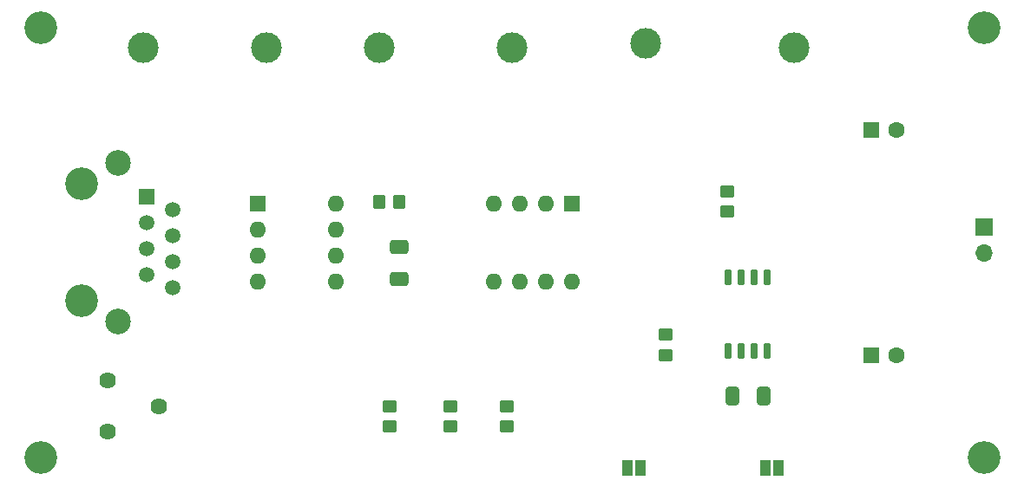
<source format=gts>
G04 #@! TF.GenerationSoftware,KiCad,Pcbnew,7.0.7*
G04 #@! TF.CreationDate,2023-10-30T12:22:07+01:00*
G04 #@! TF.ProjectId,Speaker,53706561-6b65-4722-9e6b-696361645f70,rev?*
G04 #@! TF.SameCoordinates,Original*
G04 #@! TF.FileFunction,Soldermask,Top*
G04 #@! TF.FilePolarity,Negative*
%FSLAX46Y46*%
G04 Gerber Fmt 4.6, Leading zero omitted, Abs format (unit mm)*
G04 Created by KiCad (PCBNEW 7.0.7) date 2023-10-30 12:22:07*
%MOMM*%
%LPD*%
G01*
G04 APERTURE LIST*
G04 Aperture macros list*
%AMRoundRect*
0 Rectangle with rounded corners*
0 $1 Rounding radius*
0 $2 $3 $4 $5 $6 $7 $8 $9 X,Y pos of 4 corners*
0 Add a 4 corners polygon primitive as box body*
4,1,4,$2,$3,$4,$5,$6,$7,$8,$9,$2,$3,0*
0 Add four circle primitives for the rounded corners*
1,1,$1+$1,$2,$3*
1,1,$1+$1,$4,$5*
1,1,$1+$1,$6,$7*
1,1,$1+$1,$8,$9*
0 Add four rect primitives between the rounded corners*
20,1,$1+$1,$2,$3,$4,$5,0*
20,1,$1+$1,$4,$5,$6,$7,0*
20,1,$1+$1,$6,$7,$8,$9,0*
20,1,$1+$1,$8,$9,$2,$3,0*%
G04 Aperture macros list end*
%ADD10C,3.200000*%
%ADD11RoundRect,0.250000X0.450000X-0.350000X0.450000X0.350000X-0.450000X0.350000X-0.450000X-0.350000X0*%
%ADD12C,3.000000*%
%ADD13RoundRect,0.250000X-0.450000X0.350000X-0.450000X-0.350000X0.450000X-0.350000X0.450000X0.350000X0*%
%ADD14RoundRect,0.250000X-0.350000X-0.450000X0.350000X-0.450000X0.350000X0.450000X-0.350000X0.450000X0*%
%ADD15RoundRect,0.250000X-0.412500X-0.650000X0.412500X-0.650000X0.412500X0.650000X-0.412500X0.650000X0*%
%ADD16R,1.000000X1.500000*%
%ADD17R,1.600000X1.600000*%
%ADD18O,1.600000X1.600000*%
%ADD19C,1.600000*%
%ADD20C,1.620000*%
%ADD21R,1.500000X1.500000*%
%ADD22C,1.500000*%
%ADD23C,2.500000*%
%ADD24R,1.700000X1.700000*%
%ADD25O,1.700000X1.700000*%
%ADD26RoundRect,0.250000X-0.650000X0.412500X-0.650000X-0.412500X0.650000X-0.412500X0.650000X0.412500X0*%
%ADD27RoundRect,0.150000X-0.150000X0.650000X-0.150000X-0.650000X0.150000X-0.650000X0.150000X0.650000X0*%
G04 APERTURE END LIST*
D10*
X197000000Y-79000000D03*
D11*
X172000000Y-97000000D03*
X172000000Y-95000000D03*
D12*
X138000000Y-81000000D03*
X127000000Y-81000000D03*
D10*
X105000000Y-79000000D03*
X105000000Y-121000000D03*
D13*
X145000000Y-116000000D03*
X145000000Y-118000000D03*
D12*
X164000000Y-80500000D03*
X115000000Y-81000000D03*
D14*
X138000000Y-96000000D03*
X140000000Y-96000000D03*
D12*
X178500000Y-81000000D03*
D15*
X172437500Y-115000000D03*
X175562500Y-115000000D03*
D16*
X175700000Y-122000000D03*
X177000000Y-122000000D03*
D17*
X126200000Y-96200000D03*
D18*
X126200000Y-98740000D03*
X126200000Y-101280000D03*
X126200000Y-103820000D03*
X133820000Y-103820000D03*
X133820000Y-101280000D03*
X133820000Y-98740000D03*
X133820000Y-96200000D03*
D12*
X151000000Y-81000000D03*
D17*
X186000000Y-89000000D03*
D19*
X188500000Y-89000000D03*
D16*
X162200000Y-122000000D03*
X163500000Y-122000000D03*
D20*
X111500000Y-118500000D03*
X116500000Y-116000000D03*
X111500000Y-113500000D03*
D10*
X109000000Y-94285000D03*
X109000000Y-105715000D03*
D21*
X115350000Y-95555000D03*
D22*
X117890000Y-96825000D03*
X115350000Y-98095000D03*
X117890000Y-99365000D03*
X115350000Y-100635000D03*
X117890000Y-101905000D03*
X115350000Y-103175000D03*
X117890000Y-104445000D03*
D23*
X112556000Y-92253000D03*
X112556000Y-107747000D03*
D13*
X166000000Y-109000000D03*
X166000000Y-111000000D03*
X139000000Y-116000000D03*
X139000000Y-118000000D03*
D24*
X197000000Y-98460000D03*
D25*
X197000000Y-101000000D03*
D17*
X156800000Y-96200000D03*
D18*
X154260000Y-96200000D03*
X151720000Y-96200000D03*
X149180000Y-96200000D03*
X149180000Y-103820000D03*
X151720000Y-103820000D03*
X154260000Y-103820000D03*
X156800000Y-103820000D03*
D13*
X150500000Y-116000000D03*
X150500000Y-118000000D03*
D17*
X186000000Y-111000000D03*
D19*
X188500000Y-111000000D03*
D26*
X140000000Y-100437500D03*
X140000000Y-103562500D03*
D27*
X175905000Y-103400000D03*
X174635000Y-103400000D03*
X173365000Y-103400000D03*
X172095000Y-103400000D03*
X172095000Y-110600000D03*
X173365000Y-110600000D03*
X174635000Y-110600000D03*
X175905000Y-110600000D03*
D10*
X197000000Y-121000000D03*
M02*

</source>
